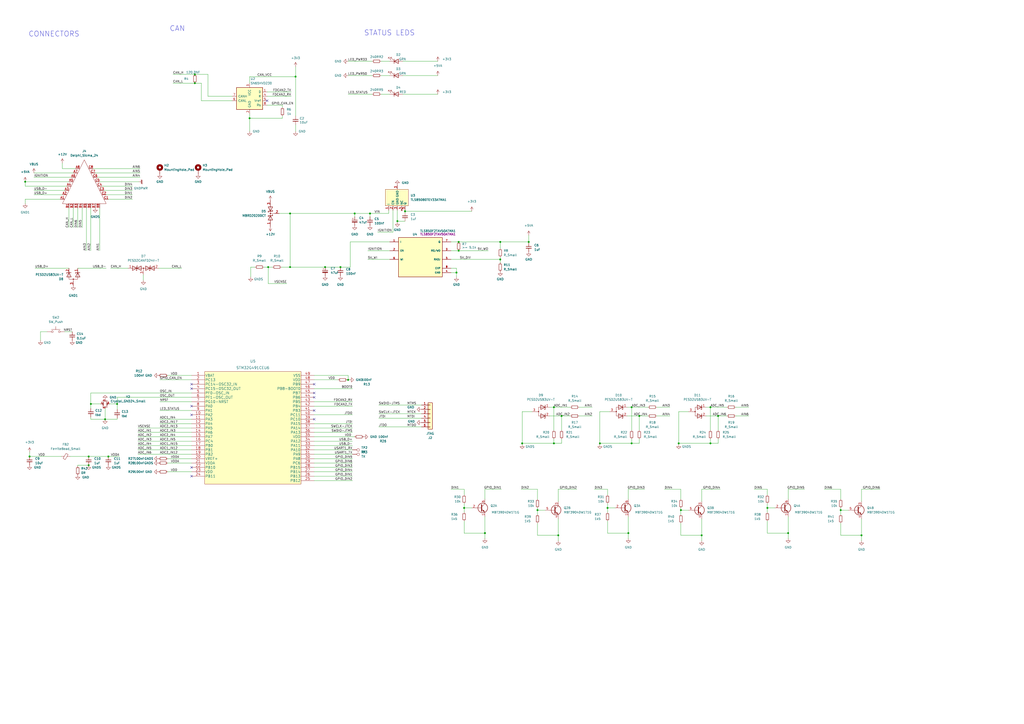
<source format=kicad_sch>
(kicad_sch (version 20211123) (generator eeschema)
  (paper "A2")
  (junction (at 412.115 236.22))
  (junction (at 323.85 310.515))
  (junction (at 352.425 294.64))
  (junction (at 412.115 257.175))
  (junction (at 393.7 257.175))
  (junction (at 14.605 105.41))
  (junction (at 457.2 309.245))
  (junction (at 171.45 44.45))
  (junction (at 144.78 68.58))
  (junction (at 394.97 295.91))
  (junction (at 168.275 123.825))
  (junction (at 321.31 257.175))
  (junction (at 51.435 269.875))
  (junction (at 234.95 122.555))
  (junction (at 281.305 309.245))
  (junction (at 113.03 48.26))
  (junction (at 60.96 243.205))
  (junction (at 347.98 257.175))
  (junction (at 230.505 128.27))
  (junction (at 311.785 295.91))
  (junction (at 321.31 236.22))
  (junction (at 188.595 154.94))
  (junction (at 168.275 154.94))
  (junction (at 197.485 154.94))
  (junction (at 62.865 264.795))
  (junction (at 370.84 241.3))
  (junction (at 407.035 310.515))
  (junction (at 306.705 140.335))
  (junction (at 201.93 220.345))
  (junction (at 302.895 257.175))
  (junction (at 155.575 154.94))
  (junction (at 205.74 123.825))
  (junction (at 266.065 145.415))
  (junction (at 214.63 123.825))
  (junction (at 416.56 241.3))
  (junction (at 325.755 241.3))
  (junction (at 67.945 234.315))
  (junction (at 499.745 310.515))
  (junction (at 52.705 234.315))
  (junction (at 266.065 140.335))
  (junction (at 366.395 257.175))
  (junction (at 113.03 43.18))
  (junction (at 264.795 158.115))
  (junction (at 269.24 294.64))
  (junction (at 364.49 309.245))
  (junction (at 445.135 294.64))
  (junction (at 366.395 236.22))
  (junction (at 290.195 150.495))
  (junction (at 290.195 140.335))
  (junction (at 487.68 295.91))
  (junction (at 51.435 264.795))
  (junction (at 17.145 264.795))
  (no_connect (at 111.125 271.145))
  (no_connect (at 111.125 276.225))
  (no_connect (at 111.125 240.665))
  (no_connect (at 111.125 235.585))
  (no_connect (at 111.125 225.425))
  (no_connect (at 111.125 222.885))
  (no_connect (at 182.245 238.125))
  (no_connect (at 182.245 243.205))
  (no_connect (at 182.245 222.885))
  (no_connect (at 182.245 227.965))
  (no_connect (at 182.245 230.505))
  (no_connect (at 154.94 58.42))
  (wire (pts (xy 466.725 283.845) (xy 457.2 283.845)))
  (wire (pts (xy 306.705 136.525) (xy 306.705 140.335)))
  (wire (pts (xy 52.705 227.965) (xy 111.125 227.965)))
  (wire (pts (xy 321.31 254.635) (xy 321.31 257.175)))
  (wire (pts (xy 153.035 154.94) (xy 155.575 154.94)))
  (wire (pts (xy 302.895 257.175) (xy 302.895 238.76)))
  (wire (pts (xy 113.03 43.18) (xy 120.65 43.18)))
  (wire (pts (xy 113.03 48.26) (xy 100.33 48.26)))
  (wire (pts (xy 23.495 192.405) (xy 27.305 192.405)))
  (wire (pts (xy 59.055 107.95) (xy 76.835 107.95)))
  (wire (pts (xy 53.975 97.79) (xy 81.28 97.79)))
  (wire (pts (xy 374.015 283.845) (xy 364.49 283.845)))
  (wire (pts (xy 219.71 234.95) (xy 244.475 234.95)))
  (wire (pts (xy 302.895 238.76) (xy 308.61 238.76)))
  (wire (pts (xy 144.78 44.45) (xy 144.78 48.26)))
  (wire (pts (xy 261.62 283.845) (xy 269.24 283.845)))
  (wire (pts (xy 51.435 264.795) (xy 62.865 264.795)))
  (wire (pts (xy 233.68 43.815) (xy 254 43.815)))
  (wire (pts (xy 182.245 253.365) (xy 205.74 253.365)))
  (wire (pts (xy 23.495 192.405) (xy 23.495 197.485)))
  (wire (pts (xy 220.98 35.56) (xy 226.06 35.56)))
  (wire (pts (xy 412.115 254.635) (xy 412.115 257.175)))
  (wire (pts (xy 182.245 276.225) (xy 204.47 276.225)))
  (wire (pts (xy 182.245 278.765) (xy 204.47 278.765)))
  (wire (pts (xy 50.165 120.65) (xy 50.165 145.415)))
  (wire (pts (xy 347.98 257.175) (xy 347.98 238.76)))
  (wire (pts (xy 381 236.22) (xy 388.62 236.22)))
  (wire (pts (xy 487.68 294.64) (xy 487.68 295.91)))
  (wire (pts (xy 409.575 241.3) (xy 416.56 241.3)))
  (wire (pts (xy 203.2 140.335) (xy 226.06 140.335)))
  (wire (pts (xy 416.56 241.3) (xy 421.64 241.3)))
  (wire (pts (xy 182.245 266.065) (xy 204.47 266.065)))
  (wire (pts (xy 17.145 264.795) (xy 35.56 264.795)))
  (wire (pts (xy 457.2 299.72) (xy 457.2 309.245)))
  (wire (pts (xy 97.155 217.805) (xy 111.125 217.805)))
  (wire (pts (xy 347.98 257.81) (xy 347.98 257.175)))
  (wire (pts (xy 67.945 237.49) (xy 67.945 234.315)))
  (wire (pts (xy 19.685 102.87) (xy 41.275 102.87)))
  (wire (pts (xy 311.785 310.515) (xy 323.85 310.515)))
  (wire (pts (xy 290.195 150.495) (xy 290.195 152.4)))
  (wire (pts (xy 182.245 250.825) (xy 204.47 250.825)))
  (wire (pts (xy 52.705 234.315) (xy 52.705 236.855)))
  (wire (pts (xy 421.64 236.22) (xy 412.115 236.22)))
  (wire (pts (xy 92.075 155.575) (xy 105.41 155.575)))
  (wire (pts (xy 352.425 283.845) (xy 352.425 287.02)))
  (wire (pts (xy 214.63 123.825) (xy 214.63 125.73)))
  (wire (pts (xy 393.7 238.76) (xy 399.415 238.76)))
  (wire (pts (xy 233.68 35.56) (xy 254 35.56)))
  (wire (pts (xy 412.115 236.22) (xy 412.115 249.555)))
  (wire (pts (xy 83.185 159.385) (xy 83.185 162.56)))
  (wire (pts (xy 220.98 54.61) (xy 226.06 54.61)))
  (wire (pts (xy 407.035 283.845) (xy 407.035 290.83)))
  (wire (pts (xy 220.98 43.815) (xy 226.06 43.815)))
  (wire (pts (xy 201.93 43.815) (xy 215.9 43.815)))
  (wire (pts (xy 219.71 240.03) (xy 244.475 240.03)))
  (wire (pts (xy 234.95 122.555) (xy 273.685 122.555)))
  (wire (pts (xy 311.785 303.53) (xy 311.785 310.515)))
  (wire (pts (xy 155.575 154.94) (xy 158.115 154.94)))
  (wire (pts (xy 323.85 300.99) (xy 323.85 310.515)))
  (wire (pts (xy 19.685 113.03) (xy 36.195 113.03)))
  (wire (pts (xy 394.97 295.91) (xy 399.415 295.91)))
  (wire (pts (xy 60.325 110.49) (xy 76.835 110.49)))
  (wire (pts (xy 230.505 128.905) (xy 230.505 128.27)))
  (wire (pts (xy 364.49 283.845) (xy 364.49 289.56)))
  (wire (pts (xy 213.36 145.415) (xy 226.06 145.415)))
  (wire (pts (xy 120.65 55.88) (xy 134.62 55.88)))
  (wire (pts (xy 311.785 295.91) (xy 311.785 298.45)))
  (wire (pts (xy 269.24 283.845) (xy 269.24 287.02)))
  (wire (pts (xy 145.415 154.94) (xy 145.415 160.655)))
  (wire (pts (xy 213.36 150.495) (xy 226.06 150.495)))
  (wire (pts (xy 311.785 283.845) (xy 311.785 289.56)))
  (wire (pts (xy 14.605 107.95) (xy 38.735 107.95)))
  (wire (pts (xy 366.395 236.22) (xy 363.855 236.22)))
  (wire (pts (xy 254 54.61) (xy 233.68 54.61)))
  (wire (pts (xy 412.115 257.175) (xy 393.7 257.175)))
  (wire (pts (xy 14.605 105.41) (xy 40.005 105.41)))
  (wire (pts (xy 166.37 164.465) (xy 155.575 164.465)))
  (wire (pts (xy 61.595 113.03) (xy 76.835 113.03)))
  (wire (pts (xy 269.24 292.1) (xy 269.24 294.64)))
  (wire (pts (xy 47.625 120.65) (xy 47.625 132.08)))
  (wire (pts (xy 182.245 233.045) (xy 204.47 233.045)))
  (wire (pts (xy 168.91 55.88) (xy 154.94 55.88)))
  (wire (pts (xy 416.56 241.3) (xy 416.56 249.555)))
  (wire (pts (xy 394.97 295.91) (xy 394.97 298.45)))
  (wire (pts (xy 14.605 115.57) (xy 34.925 115.57)))
  (wire (pts (xy 487.68 283.845) (xy 487.68 289.56)))
  (wire (pts (xy 147.955 154.94) (xy 145.415 154.94)))
  (wire (pts (xy 352.425 309.245) (xy 364.49 309.245)))
  (wire (pts (xy 311.785 294.64) (xy 311.785 295.91)))
  (wire (pts (xy 499.745 300.99) (xy 499.745 310.515)))
  (wire (pts (xy 352.425 294.64) (xy 356.87 294.64)))
  (wire (pts (xy 52.705 120.65) (xy 52.705 145.415)))
  (wire (pts (xy 323.85 283.845) (xy 323.85 290.83)))
  (wire (pts (xy 325.755 241.3) (xy 330.835 241.3)))
  (wire (pts (xy 56.515 102.87) (xy 81.28 102.87)))
  (wire (pts (xy 64.135 155.575) (xy 74.295 155.575)))
  (wire (pts (xy 67.945 230.505) (xy 67.945 234.315)))
  (wire (pts (xy 163.83 62.23) (xy 163.83 60.96)))
  (wire (pts (xy 510.54 283.845) (xy 499.745 283.845)))
  (wire (pts (xy 230.505 128.27) (xy 234.95 128.27)))
  (wire (pts (xy 182.245 271.145) (xy 204.47 271.145)))
  (wire (pts (xy 393.7 257.81) (xy 393.7 257.175)))
  (wire (pts (xy 171.45 38.735) (xy 171.45 44.45)))
  (wire (pts (xy 196.215 220.345) (xy 182.245 220.345)))
  (wire (pts (xy 58.42 234.315) (xy 52.705 234.315)))
  (wire (pts (xy 416.56 257.175) (xy 412.115 257.175)))
  (wire (pts (xy 325.755 257.175) (xy 321.31 257.175)))
  (wire (pts (xy 168.275 154.94) (xy 163.195 154.94)))
  (wire (pts (xy 203.2 154.94) (xy 203.2 140.335)))
  (wire (pts (xy 325.755 241.3) (xy 325.755 249.555)))
  (wire (pts (xy 120.65 43.18) (xy 120.65 55.88)))
  (wire (pts (xy 182.245 245.745) (xy 204.47 245.745)))
  (wire (pts (xy 261.62 150.495) (xy 290.195 150.495)))
  (wire (pts (xy 42.545 120.65) (xy 42.545 132.08)))
  (wire (pts (xy 92.71 243.205) (xy 111.125 243.205)))
  (wire (pts (xy 144.78 68.58) (xy 163.83 68.58)))
  (wire (pts (xy 182.245 273.685) (xy 204.47 273.685)))
  (wire (pts (xy 182.245 268.605) (xy 204.47 268.605)))
  (wire (pts (xy 51.435 264.795) (xy 40.64 264.795)))
  (wire (pts (xy 168.91 53.34) (xy 154.94 53.34)))
  (wire (pts (xy 366.395 236.22) (xy 366.395 249.555)))
  (wire (pts (xy 225.425 121.92) (xy 225.425 123.825)))
  (wire (pts (xy 445.135 292.1) (xy 445.135 294.64)))
  (wire (pts (xy 290.195 144.145) (xy 290.195 140.335)))
  (wire (pts (xy 182.245 263.525) (xy 204.47 263.525)))
  (wire (pts (xy 499.745 283.845) (xy 499.745 290.83)))
  (wire (pts (xy 57.785 120.65) (xy 57.785 145.415)))
  (wire (pts (xy 163.83 60.96) (xy 154.94 60.96)))
  (wire (pts (xy 487.68 295.91) (xy 492.125 295.91)))
  (wire (pts (xy 323.85 310.515) (xy 323.85 313.69)))
  (wire (pts (xy 219.71 247.65) (xy 244.475 247.65)))
  (wire (pts (xy 155.575 164.465) (xy 155.575 154.94)))
  (wire (pts (xy 92.71 220.345) (xy 111.125 220.345)))
  (wire (pts (xy 36.195 94.615) (xy 36.195 97.79)))
  (wire (pts (xy 321.31 257.175) (xy 302.895 257.175)))
  (wire (pts (xy 426.72 236.22) (xy 434.34 236.22)))
  (wire (pts (xy 36.195 97.79) (xy 43.815 97.79)))
  (wire (pts (xy 363.855 241.3) (xy 370.84 241.3)))
  (wire (pts (xy 364.49 299.72) (xy 364.49 309.245)))
  (wire (pts (xy 67.945 234.315) (xy 63.5 234.315)))
  (wire (pts (xy 370.84 257.175) (xy 366.395 257.175)))
  (wire (pts (xy 385.445 283.845) (xy 394.97 283.845)))
  (wire (pts (xy 80.01 260.985) (xy 111.125 260.985)))
  (wire (pts (xy 269.24 302.26) (xy 269.24 309.245)))
  (wire (pts (xy 80.01 250.825) (xy 111.125 250.825)))
  (wire (pts (xy 14.605 105.41) (xy 14.605 107.95)))
  (wire (pts (xy 261.62 155.575) (xy 264.795 155.575)))
  (wire (pts (xy 457.2 283.845) (xy 457.2 289.56)))
  (wire (pts (xy 201.93 217.805) (xy 182.245 217.805)))
  (wire (pts (xy 318.77 241.3) (xy 325.755 241.3)))
  (wire (pts (xy 281.305 299.72) (xy 281.305 309.245)))
  (wire (pts (xy 234.95 122.555) (xy 234.95 123.19)))
  (wire (pts (xy 352.425 302.26) (xy 352.425 309.245)))
  (wire (pts (xy 182.245 248.285) (xy 204.47 248.285)))
  (wire (pts (xy 487.68 295.91) (xy 487.68 298.45)))
  (wire (pts (xy 230.505 128.27) (xy 230.505 121.92)))
  (wire (pts (xy 182.245 255.905) (xy 204.47 255.905)))
  (wire (pts (xy 321.31 236.22) (xy 321.31 249.555)))
  (wire (pts (xy 487.68 303.53) (xy 487.68 310.515)))
  (wire (pts (xy 14.605 118.11) (xy 14.605 115.57)))
  (wire (pts (xy 219.71 242.57) (xy 244.475 242.57)))
  (wire (pts (xy 302.26 283.845) (xy 311.785 283.845)))
  (wire (pts (xy 80.01 255.905) (xy 111.125 255.905)))
  (wire (pts (xy 111.125 230.505) (xy 67.945 230.505)))
  (wire (pts (xy 40.005 155.575) (xy 20.32 155.575)))
  (wire (pts (xy 499.745 310.515) (xy 499.745 313.69)))
  (wire (pts (xy 97.155 273.685) (xy 111.125 273.685)))
  (wire (pts (xy 417.83 283.845) (xy 407.035 283.845)))
  (wire (pts (xy 394.97 283.845) (xy 394.97 289.56)))
  (wire (pts (xy 52.705 234.315) (xy 52.705 227.965)))
  (wire (pts (xy 171.45 44.45) (xy 144.78 44.45)))
  (wire (pts (xy 290.195 150.495) (xy 290.195 149.225)))
  (wire (pts (xy 80.01 258.445) (xy 111.125 258.445)))
  (wire (pts (xy 19.685 100.33) (xy 42.545 100.33)))
  (wire (pts (xy 168.275 123.825) (xy 205.74 123.825)))
  (wire (pts (xy 97.155 268.605) (xy 111.125 268.605)))
  (wire (pts (xy 352.425 294.64) (xy 352.425 297.18)))
  (wire (pts (xy 290.83 283.845) (xy 281.305 283.845)))
  (wire (pts (xy 144.78 68.58) (xy 144.78 76.2)))
  (wire (pts (xy 269.24 309.245) (xy 281.305 309.245)))
  (wire (pts (xy 347.98 238.76) (xy 353.695 238.76)))
  (wire (pts (xy 55.245 100.33) (xy 81.28 100.33)))
  (wire (pts (xy 188.595 154.94) (xy 197.485 154.94)))
  (wire (pts (xy 261.62 140.335) (xy 266.065 140.335)))
  (wire (pts (xy 375.92 236.22) (xy 366.395 236.22)))
  (wire (pts (xy 92.71 233.045) (xy 111.125 233.045)))
  (wire (pts (xy 302.895 257.81) (xy 302.895 257.175)))
  (wire (pts (xy 45.085 269.875) (xy 45.085 270.51)))
  (wire (pts (xy 334.645 283.845) (xy 323.85 283.845)))
  (wire (pts (xy 281.305 309.245) (xy 281.305 312.42)))
  (wire (pts (xy 214.63 123.825) (xy 225.425 123.825)))
  (wire (pts (xy 51.435 269.875) (xy 45.085 269.875)))
  (wire (pts (xy 261.62 145.415) (xy 266.065 145.415)))
  (wire (pts (xy 269.24 294.64) (xy 273.685 294.64)))
  (wire (pts (xy 219.075 134.62) (xy 227.965 134.62)))
  (wire (pts (xy 161.925 123.825) (xy 168.275 123.825)))
  (wire (pts (xy 412.115 236.22) (xy 409.575 236.22)))
  (wire (pts (xy 394.97 294.64) (xy 394.97 295.91)))
  (wire (pts (xy 144.78 66.04) (xy 144.78 68.58)))
  (wire (pts (xy 116.84 58.42) (xy 134.62 58.42)))
  (wire (pts (xy 197.485 154.94) (xy 203.2 154.94)))
  (wire (pts (xy 407.035 300.99) (xy 407.035 310.515)))
  (wire (pts (xy 100.33 43.18) (xy 113.03 43.18)))
  (wire (pts (xy 381 241.3) (xy 388.62 241.3)))
  (wire (pts (xy 366.395 257.175) (xy 347.98 257.175)))
  (wire (pts (xy 264.795 160.655) (xy 264.795 158.115)))
  (wire (pts (xy 163.83 68.58) (xy 163.83 67.31)))
  (wire (pts (xy 62.865 115.57) (xy 76.835 115.57)))
  (wire (pts (xy 69.215 264.795) (xy 62.865 264.795)))
  (wire (pts (xy 264.795 155.575) (xy 264.795 158.115)))
  (wire (pts (xy 445.135 302.26) (xy 445.135 309.245)))
  (wire (pts (xy 478.155 283.845) (xy 487.68 283.845)))
  (wire (pts (xy 171.45 72.39) (xy 171.45 76.2)))
  (wire (pts (xy 344.805 283.845) (xy 352.425 283.845)))
  (wire (pts (xy 116.84 48.26) (xy 113.03 48.26)))
  (wire (pts (xy 366.395 254.635) (xy 366.395 257.175)))
  (wire (pts (xy 92.71 245.745) (xy 111.125 245.745)))
  (wire (pts (xy 201.93 220.345) (xy 201.93 217.805)))
  (wire (pts (xy 306.705 140.335) (xy 290.195 140.335)))
  (wire (pts (xy 335.915 236.22) (xy 343.535 236.22)))
  (wire (pts (xy 205.74 123.825) (xy 214.63 123.825)))
  (wire (pts (xy 45.085 120.65) (xy 45.085 132.08)))
  (wire (pts (xy 311.785 295.91) (xy 316.23 295.91)))
  (wire (pts (xy 352.425 292.1) (xy 352.425 294.64)))
  (wire (pts (xy 325.755 254.635) (xy 325.755 257.175)))
  (wire (pts (xy 202.565 220.345) (xy 201.93 220.345)))
  (wire (pts (xy 17.145 262.255) (xy 17.145 264.795)))
  (wire (pts (xy 60.96 243.205) (xy 67.945 243.205)))
  (wire (pts (xy 445.135 294.64) (xy 449.58 294.64)))
  (wire (pts (xy 61.595 155.575) (xy 45.085 155.575)))
  (wire (pts (xy 445.135 294.64) (xy 445.135 297.18)))
  (wire (pts (xy 445.135 283.845) (xy 445.135 287.02)))
  (wire (pts (xy 60.96 243.205) (xy 60.96 236.855)))
  (wire (pts (xy 182.245 235.585) (xy 204.47 235.585)))
  (wire (pts (xy 57.785 105.41) (xy 80.645 105.41)))
  (wire (pts (xy 182.245 240.665) (xy 204.47 240.665)))
  (wire (pts (xy 171.45 67.31) (xy 171.45 44.45)))
  (wire (pts (xy 234.95 121.92) (xy 234.95 122.555)))
  (wire (pts (xy 182.245 225.425) (xy 204.47 225.425)))
  (wire (pts (xy 306.705 140.97) (xy 306.705 140.335)))
  (wire (pts (xy 266.065 145.415) (xy 283.21 145.415)))
  (wire (pts (xy 445.135 309.245) (xy 457.2 309.245)))
  (wire (pts (xy 97.155 266.065) (xy 111.125 266.065)))
  (wire (pts (xy 330.835 236.22) (xy 321.31 236.22)))
  (wire (pts (xy 168.275 123.825) (xy 168.275 154.94)))
  (wire (pts (xy 487.68 310.515) (xy 499.745 310.515)))
  (wire (pts (xy 205.74 123.825) (xy 205.74 125.73)))
  (wire (pts (xy 394.97 310.515) (xy 407.035 310.515)))
  (wire (pts (xy 52.705 243.205) (xy 60.96 243.205)))
  (wire (pts (xy 80.01 248.285) (xy 111.125 248.285)))
  (wire (pts (xy 266.065 140.335) (xy 290.195 140.335)))
  (wire (pts (xy 201.93 54.61) (xy 215.9 54.61)))
  (wire (pts (xy 281.305 283.845) (xy 281.305 289.56)))
  (wire (pts (xy 52.705 241.935) (xy 52.705 243.205)))
  (wire (pts (xy 264.795 158.115) (xy 261.62 158.115)))
  (wire (pts (xy 80.01 253.365) (xy 111.125 253.365)))
  (wire (pts (xy 370.84 241.3) (xy 375.92 241.3)))
  (wire (pts (xy 19.685 110.49) (xy 37.465 110.49)))
  (wire (pts (xy 416.56 254.635) (xy 416.56 257.175)))
  (wire (pts (xy 182.245 260.985) (xy 204.47 260.985)))
  (wire (pts (xy 182.245 258.445) (xy 204.47 258.445)))
  (wire (pts (xy 335.915 241.3) (xy 343.535 241.3)))
  (wire (pts (xy 116.84 58.42) (xy 116.84 48.26)))
  (wire (pts (xy 40.005 120.65) (xy 40.005 132.08)))
  (wire (pts (xy 37.465 192.405) (xy 41.91 192.405)))
  (wire (pts (xy 321.31 236.22) (xy 318.77 236.22)))
  (wire (pts (xy 168.275 154.94) (xy 188.595 154.94)))
  (wire (pts (xy 426.72 241.3) (xy 434.34 241.3)))
  (wire (pts (xy 370.84 241.3) (xy 370.84 249.555)))
  (wire (pts (xy 80.01 263.525) (xy 111.125 263.525)))
  (wire (pts (xy 394.97 303.53) (xy 394.97 310.515)))
  (wire (pts (xy 457.2 309.245) (xy 457.2 312.42)))
  (wire (pts (xy 370.84 254.635) (xy 370.84 257.175)))
  (wire (pts (xy 437.515 283.845) (xy 445.135 283.845)))
  (wire (pts (xy 67.945 242.57) (xy 67.945 243.205)))
  (wire (pts (xy 393.7 257.175) (xy 393.7 238.76)))
  (wire (pts (xy 201.93 220.345) (xy 201.295 220.345)))
  (wire (pts (xy 364.49 309.245) (xy 364.49 312.42)))
  (wire (pts (xy 227.965 134.62) (xy 227.965 121.92)))
  (wire (pts (xy 201.93 35.56) (xy 215.9 35.56)))
  (wire (pts (xy 92.71 238.125) (xy 111.125 238.125)))
  (wire (pts (xy 407.035 310.515) (xy 407.035 313.69)))
  (wire (pts (xy 269.24 294.64) (xy 269.24 297.18)))
  (text "CAN" (at 107.315 18.415 180) (effects (font (size 3 3)) (justify right bottom)))
  (text "CONNECTORS" (at 16.51 21.59 0) (effects (font (size 3 3)) (justify left bottom)))
  (text "STATUS LEDS" (at 240.665 20.955 180) (effects (font (size 3 3)) (justify right bottom)))
  (label "CAN_L" (at 105.41 155.575 180))
  (label "DIN3" (at 76.835 110.49 180))
  (label "AIN1" (at 343.535 236.22 180))
  (label "AIN4" (at 81.28 102.87 180))
  (label "ADC_IN3" (at 366.395 236.22 0))
  (label "5V_WO" (at 283.21 145.415 180))
  (label "MTCK" (at 236.22 240.03 0))
  (label "GPIO_DIN5" (at 466.725 283.845 180))
  (label "AIN1" (at 57.785 145.415 90))
  (label "USB_D+" (at 19.685 113.03 0))
  (label "VDD" (at 194.31 220.345 180))
  (label "AIN6" (at 434.34 241.3 180))
  (label "GPIO_DIN1" (at 204.47 276.225 180))
  (label "ADC1_IN12" (at 92.71 260.985 0))
  (label "ADC_IN4" (at 367.665 241.3 0))
  (label "AIN6" (at 81.28 97.79 180))
  (label "MTDO" (at 236.22 247.65 0))
  (label "JTDO" (at 204.47 240.665 180))
  (label "DIN2" (at 302.26 283.845 0))
  (label "JTDI" (at 219.71 242.57 0))
  (label "SWDIO-JTMS" (at 204.47 250.825 180))
  (label "FDCAN2_RX" (at 204.47 233.045 180))
  (label "ADC_IN5" (at 412.115 236.22 0))
  (label "AIN4" (at 388.62 241.3 180))
  (label "DIN2" (at 76.835 115.57 180))
  (label "OSC_OUT" (at 92.71 230.505 0))
  (label "DIN6" (at 45.085 132.08 90))
  (label "JTDO" (at 219.71 247.65 0))
  (label "DIN6" (at 478.155 283.845 0))
  (label "ADC_IN6" (at 80.01 263.525 0))
  (label "OSC_IN" (at 92.71 227.965 0))
  (label "BOOT0" (at 204.47 225.425 180))
  (label "ADC_IN5" (at 80.01 260.985 0))
  (label "GPIO_DIN5" (at 204.47 266.065 180))
  (label "ADC2_IN5" (at 92.71 255.905 0))
  (label "DIN4" (at 76.835 107.95 180))
  (label "LED_PWR33" (at 201.93 35.56 0))
  (label "CAN_L" (at 100.33 48.26 0))
  (label "USB_D-" (at 204.47 258.445 180))
  (label "LED_STATUS" (at 92.71 238.125 0))
  (label "USART1_TX" (at 204.47 263.525 180))
  (label "CAN_VCC" (at 149.225 44.45 0))
  (label "MTDI" (at 236.22 242.57 0))
  (label "LED_STATUS" (at 201.93 54.61 0))
  (label "CAN_L" (at 42.545 132.08 90))
  (label "CAN_H" (at 64.135 155.575 0))
  (label "ADC_IN4" (at 80.01 258.445 0))
  (label "GPIO_CAN_EN" (at 157.48 60.96 0))
  (label "5V_DIV" (at 266.7 150.495 0))
  (label "SWCLK-JTCK" (at 204.47 248.285 180))
  (label "USART1_RX" (at 204.47 260.985 180))
  (label "FDCAN2_TX" (at 168.91 53.34 180))
  (label "SWCLK-JTCK" (at 219.71 240.03 0))
  (label "GPIO_DIN3" (at 204.47 271.145 180))
  (label "DIN1" (at 261.62 283.845 0))
  (label "AIN5" (at 434.34 236.22 180))
  (label "ADC_IN3" (at 80.01 255.905 0))
  (label "NRST" (at 92.71 233.045 0))
  (label "DIN5" (at 47.625 132.08 90))
  (label "IGNITION" (at 219.075 134.62 0))
  (label "VDD" (at 203.835 253.365 180))
  (label "SWDIO-JTMS" (at 219.71 234.95 0))
  (label "VIN" (at 217.17 123.825 0))
  (label "FDCAN2_RX" (at 168.91 55.88 180))
  (label "VDD" (at 99.06 273.685 0))
  (label "GPIO_DIN4" (at 204.47 273.685 180))
  (label "ADC1_IN4" (at 92.71 243.205 0))
  (label "ADC2_IN4" (at 92.71 253.365 0))
  (label "USB_D+" (at 20.32 155.575 0))
  (label "AIN2" (at 52.705 145.415 90))
  (label "ADC_IN1" (at 321.31 236.22 0))
  (label "ADC1_IN15" (at 92.71 258.445 0))
  (label "ADC2_IN12" (at 92.71 263.525 0))
  (label "VSENSE" (at 80.01 248.285 0))
  (label "ADC_IN2" (at 322.58 241.3 0))
  (label "AIN3" (at 388.62 236.22 180))
  (label "ADC_IN1" (at 80.01 250.825 0))
  (label "DIN5" (at 437.515 283.845 0))
  (label "GPIO_DIN4" (at 417.83 283.845 180))
  (label "AIN5" (at 81.28 100.33 180))
  (label "CAN_H" (at 100.33 43.18 0))
  (label "VDDA" (at 69.215 264.795 180))
  (label "AIN2" (at 343.535 241.3 180))
  (label "LED_PWR50" (at 201.93 43.815 0))
  (label "CAN_H" (at 40.005 132.08 90))
  (label "DIN4" (at 385.445 283.845 0))
  (label "IGNITION" (at 213.36 145.415 0))
  (label "GPIO_DIN6" (at 510.54 283.845 180))
  (label "ADC2_IN3" (at 92.71 250.825 0))
  (label "GPIO_DIN1" (at 290.83 283.845 180))
  (label "IGNITION" (at 19.685 102.87 0))
  (label "GPIO_DIN3" (at 374.015 283.845 180))
  (label "USB_D+" (at 204.47 255.905 180))
  (label "ADC2_IN17" (at 92.71 245.745 0))
  (label "ADC_IN6" (at 413.385 241.3 0))
  (label "DIN1" (at 76.835 113.03 180))
  (label "ADC_IN2" (at 80.01 253.365 0))
  (label "VDD" (at 99.06 217.805 0))
  (label "GPIO_DIN6" (at 204.47 268.605 180))
  (label "MTMS" (at 236.22 234.95 0))
  (label "DIN3" (at 344.805 283.845 0))
  (label "VDDA" (at 99.06 268.605 0))
  (label "VSENSE" (at 166.37 164.465 180))
  (label "5V_WI" (at 213.36 150.495 0))
  (label "GPIO_DIN2" (at 204.47 278.765 180))
  (label "VDD" (at 22.225 264.795 0))
  (label "NRST" (at 41.91 192.405 180))
  (label "JTDI" (at 204.47 245.745 180))
  (label "FDCAN2_TX" (at 204.47 235.585 180))
  (label "GPIO_DIN2" (at 334.645 283.845 180))
  (label "VDDA" (at 99.06 266.065 0))
  (label "USB_D-" (at 61.595 155.575 180))
  (label "USB_D-" (at 19.685 110.49 0))
  (label "ADC2_IN13" (at 92.71 248.285 0))
  (label "GPIO_CAN_EN" (at 92.71 220.345 0))
  (label "AIN3" (at 50.165 145.415 90))
  (symbol (lib_id "power:GND") (at 281.305 312.42 0) (unit 1)
    (property "Reference" "#PWR050" (effects hide))
    (property "Value" "GND" (at 281.305 317.5 0))
  )
  (symbol (lib_id "power:+3V3") (at 254 35.56 0) (unit 1)
    (property "Reference" "#PWR04" (effects hide))
    (property "Value" "+3V3" (at 256.54 34.2899 0) (effects (justify left)))
  )
  (symbol (lib_id "Device:C_Small") (at 62.865 267.335 0) (unit 1)
    (property "Reference" "C11" (at 66.04 266.0712 0) (effects (justify left)))
    (property "Value" "1uf" (at 66.04 268.6112 0) (effects (justify left)))
    (property "Footprint" "Capacitor_SMD:C_0805_2012Metric" (effects hide))
  )
  (symbol (lib_id "Device:R_Small") (at 487.68 292.1 0) (unit 1)
    (property "Reference" "R35" (at 485.775 290.8299 0) (effects (justify right)))
    (property "Value" "10k" (at 485.775 293.3699 0) (effects (justify right)))
    (property "Footprint" "Resistor_SMD:R_0603_1608Metric" (effects hide))
  )
  (symbol (lib_id "Device:LED") (at 229.87 43.815 0) (mirror x) (unit 1)
    (property "Reference" "D3" (at 232.41 40.005 0) (effects (justify right)))
    (property "Value" "GRN" (at 235.585 42.545 0) (effects (justify right)))
    (property "Footprint" "LED_SMD:LED_0603_1608Metric" (effects hide))
    (property "MPN" "QBLP601-2IR4" (effects hide))
    (property "Description" "LED GREEN CLEAR 0603 SMD" (effects hide))
  )
  (symbol (lib_id "power:GND") (at 60.96 243.205 0) (unit 1)
    (property "Reference" "#PWR0104" (effects hide))
    (property "Value" "GND" (at 60.96 248.285 0))
  )
  (symbol (lib_id "power:GND") (at 214.63 130.81 0) (unit 1)
    (property "Reference" "#PWR025" (effects hide))
    (property "Value" "GND" (at 214.63 135.89 0))
  )
  (symbol (lib_id "power:GND") (at 60.96 231.775 180) (unit 1)
    (property "Reference" "#PWR0105" (effects hide))
    (property "Value" "GND" (at 63.5 230.5049 0) (effects (justify right)))
  )
  (symbol (lib_id "Switch:SW_Push") (at 32.385 192.405 0) (unit 1)
    (property "Reference" "SW2" (at 32.385 184.15 0))
    (property "Value" "SW_Push" (at 32.385 186.69 0))
    (property "Footprint" "ConeCodes:SW_RS-032G05A3-SMRT" (effects hide))
  )
  (symbol (lib_id "power:GNDS") (at 92.075 268.605 270) (unit 1)
    (property "Reference" "#PWR0101" (effects hide))
    (property "Value" "GNDS" (at 88.9 268.6049 90) (effects (justify right)))
  )
  (symbol (lib_id "power:GNDPWR") (at 80.645 105.41 90) (unit 1)
    (property "Reference" "#PWR019" (effects hide))
    (property "Value" "GNDPWR" (at 81.7118 109.22 90))
  )
  (symbol (lib_id "power:GND") (at 306.705 146.05 0) (unit 1)
    (property "Reference" "#PWR029" (effects hide))
    (property "Value" "GND" (at 306.705 150.495 0))
  )
  (symbol (lib_id "Device:R_Small") (at 378.46 241.3 90) (unit 1)
    (property "Reference" "R18" (at 378.46 245.11 90))
    (property "Value" "R_Small" (at 378.46 247.65 90))
    (property "Footprint" "Resistor_SMD:R_0603_1608Metric" (effects hide))
  )
  (symbol (lib_id "power:GND") (at 210.82 253.365 90) (unit 1)
    (property "Reference" "#PWR039" (effects hide))
    (property "Value" "GND" (at 214.63 253.3651 90) (effects (justify right)))
  )
  (symbol (lib_id "Device:Q_Dual_NPN_NPN_E1B1C2E2B2C1") (at 404.495 295.91 0) (unit 2)
    (property "Reference" "Q3" (at 410.21 294.6399 0) (effects (justify left)))
    (property "Value" "MBT3904DW1T1G" (at 410.21 297.1799 0) (effects (justify left)))
    (property "Footprint" "Package_TO_SOT_SMD:SOT-363_SC-70-6" (effects hide))
    (property "MPN" "MBT3904DW1T1G" (effects hide))
    (property "Description" "TRANS 2NPN 40V 0.2A SC88/SC70-6" (effects hide))
  )
  (symbol (lib_id "Device:R_Small") (at 218.44 43.815 270) (unit 1)
    (property "Reference" "R3" (at 219.71 41.275 90) (effects (justify left)))
    (property "Value" "240R" (at 214.63 41.275 90) (effects (justify left)))
    (property "Footprint" "Resistor_SMD:R_0603_1608Metric" (effects hide))
    (property "MPN" "RMCF0402JT240R" (effects hide))
    (property "Description" "RES 240 OHM 5% 1/16W 0402" (effects hide))
  )
  (symbol (lib_id "Device:LED") (at 229.87 35.56 0) (mirror x) (unit 1)
    (property "Reference" "D2" (at 232.41 31.75 0) (effects (justify right)))
    (property "Value" "GRN" (at 235.585 34.29 0) (effects (justify right)))
    (property "Footprint" "LED_SMD:LED_0603_1608Metric" (effects hide))
    (property "MPN" "QBLP601-2IR4" (effects hide))
    (property "Description" "LED GREEN CLEAR 0603 SMD" (effects hide))
  )
  (symbol (lib_id "power:GND") (at 264.795 160.655 0) (unit 1)
    (property "Reference" "#PWR034" (effects hide))
    (property "Value" "GND" (at 264.795 165.1 0))
  )
  (symbol (lib_id "Device:C_Small") (at 51.435 267.335 0) (unit 1)
    (property "Reference" "C10" (at 54.61 266.0712 0) (effects (justify left)))
    (property "Value" "1uf" (at 54.61 268.6112 0) (effects (justify left)))
    (property "Footprint" "Capacitor_SMD:C_0805_2012Metric" (effects hide))
  )
  (symbol (lib_id "Device:Q_Dual_NPN_NPN_E1B1C2E2B2C1") (at 497.205 295.91 0) (unit 2)
    (property "Reference" "Q4" (at 502.92 294.6399 0) (effects (justify left)))
    (property "Value" "MBT3904DW1T1G" (at 502.92 297.1799 0) (effects (justify left)))
    (property "Footprint" "Package_TO_SOT_SMD:SOT-363_SC-70-6" (effects hide))
    (property "MPN" "MBT3904DW1T1G" (effects hide))
    (property "Description" "TRANS 2NPN 40V 0.2A SC88/SC70-6" (effects hide))
  )
  (symbol (lib_id "power:+5VA") (at 254 43.815 0) (unit 1)
    (property "Reference" "#PWR0108" (effects hide))
    (property "Value" "+5VA" (at 254 38.1 0))
  )
  (symbol (lib_id "power:GND") (at 205.74 130.81 0) (unit 1)
    (property "Reference" "#PWR024" (effects hide))
    (property "Value" "GND" (at 205.74 135.89 0))
  )
  (symbol (lib_id "power:GND") (at 83.185 162.56 0) (unit 1)
    (property "Reference" "#PWR035" (effects hide))
    (property "Value" "GND" (at 83.185 167.64 0))
  )
  (symbol (lib_id "power:+3V3") (at 17.145 262.255 0) (unit 1)
    (property "Reference" "#PWR043" (effects hide))
    (property "Value" "+3V3" (at 17.145 256.54 0))
  )
  (symbol (lib_id "Device:R_Small") (at 416.56 252.095 180) (unit 1)
    (property "Reference" "R25" (at 419.1 250.8249 0) (effects (justify right)))
    (property "Value" "R_Small" (at 419.1 253.3649 0) (effects (justify right)))
    (property "Footprint" "Resistor_SMD:R_0603_1608Metric" (effects hide))
  )
  (symbol (lib_id "Device:LED") (at 229.87 54.61 0) (mirror x) (unit 1)
    (property "Reference" "D4" (at 232.41 50.8 0) (effects (justify right)))
    (property "Value" "RED" (at 235.585 53.34 0) (effects (justify right)))
    (property "Footprint" "LED_SMD:LED_0603_1608Metric" (effects hide))
    (property "MPN" "QBLP601-R35" (effects hide))
    (property "Description" "LED RED CLEAR 0603 SMD" (effects hide))
  )
  (symbol (lib_id "Device:R_Small") (at 94.615 217.805 90) (unit 1)
    (property "Reference" "R12" (at 80.645 215.265 90))
    (property "Value" "100nf" (at 80.645 217.805 90))
    (property "Footprint" "Resistor_SMD:R_0402_1005Metric" (effects hide))
  )
  (symbol (lib_id "power:GND") (at 364.49 312.42 0) (unit 1)
    (property "Reference" "#PWR051" (effects hide))
    (property "Value" "GND" (at 364.49 317.5 0))
  )
  (symbol (lib_id "Connector_Generic:Conn_01x06") (at 249.555 240.03 0) (unit 1) (in_bom no)
    (property "Reference" "J2" (at 249.555 254 0))
    (property "Value" "JTAG" (at 249.555 251.46 0))
    (property "Footprint" "Connector_PinHeader_1.27mm:PinHeader_1x06_P1.27mm_Vertical" (effects hide))
  )
  (symbol (lib_id "Device:R_Small") (at 366.395 252.095 180) (unit 1)
    (property "Reference" "R22" (at 363.855 250.8249 0) (effects (justify left)))
    (property "Value" "R_Small" (at 363.855 253.3649 0) (effects (justify left)))
    (property "Footprint" "Resistor_SMD:R_0603_1608Metric" (effects hide))
  )
  (symbol (lib_id "ConeCodes:TLS850F2TAV50ATMA1") (at 243.84 147.955 0) (unit 1)
    (property "Reference" "U4" (at 240.665 135.89 0))
    (property "Value" "TLS850F2TAV50ATMA1" (at 254 133.985 0))
    (property "Footprint" "ConeCodes:DPAK127P1500X440-8N" (effects hide))
    (property "MPN" "TLS850F2TAV50ATMA1" (at 254 135.89 0))
  )
  (symbol (lib_id "power:GNDS") (at 347.98 257.81 0) (unit 1)
    (property "Reference" "#PWR041" (effects hide))
    (property "Value" "GNDS" (at 349.885 259.0799 0) (effects (justify left)))
  )
  (symbol (lib_id "Device:R_Small") (at 424.18 241.3 90) (unit 1)
    (property "Reference" "R19" (at 424.18 245.11 90))
    (property "Value" "R_Small" (at 424.18 247.65 90))
    (property "Footprint" "Resistor_SMD:R_0603_1608Metric" (effects hide))
  )
  (symbol (lib_id "ConeCodes:TLS850B0TEV33ATMA1") (at 230.505 114.3 0) (unit 1)
    (property "Reference" "U3" (at 238.125 113.3474 0) (effects (justify left)))
    (property "Value" "TLS850B0TEV33ATMA1" (at 238.125 115.8874 0) (effects (justify left)))
    (property "Footprint" "ConeCodes:TO-252-5_TabPin3" (effects hide))
  )
  (symbol (lib_id "Device:R_Small") (at 94.615 268.605 90) (unit 1)
    (property "Reference" "R28" (at 76.2 268.605 90))
    (property "Value" "100nf" (at 80.645 268.605 90))
    (property "Footprint" "Resistor_SMD:R_0402_1005Metric" (effects hide))
  )
  (symbol (lib_id "Device:R_Small") (at 333.375 241.3 90) (unit 1)
    (property "Reference" "R17" (at 333.375 245.11 90))
    (property "Value" "R_Small" (at 333.375 247.65 90))
    (property "Footprint" "Resistor_SMD:R_0603_1608Metric" (effects hide))
  )
  (symbol (lib_id "Device:R_Small") (at 352.425 289.56 0) (unit 1)
    (property "Reference" "R31" (at 350.52 288.2899 0) (effects (justify right)))
    (property "Value" "10k" (at 350.52 290.8299 0) (effects (justify right)))
    (property "Footprint" "Resistor_SMD:R_0603_1608Metric" (effects hide))
  )
  (symbol (lib_id "power:+3V3") (at 171.45 38.735 0) (mirror y) (unit 1)
    (property "Reference" "#PWR05" (effects hide))
    (property "Value" "+3V3" (at 171.45 33.655 0))
  )
  (symbol (lib_id "Device:R_Small") (at 352.425 299.72 0) (unit 1)
    (property "Reference" "R37" (at 344.805 298.4499 0) (effects (justify left)))
    (property "Value" "1k5" (at 344.805 300.9899 0) (effects (justify left)))
    (property "Footprint" "Resistor_SMD:R_0603_1608Metric" (effects hide))
  )
  (symbol (lib_id "power:+3V3") (at 254 54.61 0) (unit 1)
    (property "Reference" "#PWR09" (effects hide))
    (property "Value" "+3V3" (at 256.54 53.3399 0) (effects (justify left)))
  )
  (symbol (lib_id "power:GND") (at 92.075 217.805 270) (unit 1)
    (property "Reference" "#PWR037" (effects hide))
    (property "Value" "GND" (at 88.265 217.8049 90) (effects (justify right)))
  )
  (symbol (lib_id "Device:C_Small") (at 306.705 143.51 0) (unit 1)
    (property "Reference" "C6" (at 309.88 142.2462 0) (effects (justify left)))
    (property "Value" "1uf" (at 309.88 144.7862 0) (effects (justify left)))
    (property "Footprint" "Capacitor_SMD:C_0805_2012Metric" (effects hide))
  )
  (symbol (lib_id "power:GND") (at 23.495 197.485 0) (unit 1)
    (property "Reference" "#PWR0106" (effects hide))
    (property "Value" "GND" (at 25.4 198.7549 0) (effects (justify left)))
  )
  (symbol (lib_id "Device:C_Polarized_Small") (at 205.74 128.27 0) (unit 1)
    (property "Reference" "C4" (at 208.28 126.4538 0) (effects (justify left)))
    (property "Value" "47uf" (at 208.28 128.9938 0) (effects (justify left)))
    (property "Footprint" "Capacitor_SMD:C_0805_2012Metric" (effects hide))
  )
  (symbol (lib_id "Device:D_Zener_Dual_CommonAnode_KKA_Parallel") (at 42.545 160.655 270) (mirror x) (unit 1)
    (property "Reference" "D8" (at 36.83 161.8616 90) (effects (justify right)))
    (property "Value" "PESD2USB3UV-T" (at 36.83 159.3216 90) (effects (justify right)))
    (property "Footprint" "Package_TO_SOT_SMD:SOT-23" (effects hide))
  )
  (symbol (lib_id "Device:R_Small") (at 370.84 252.095 180) (unit 1)
    (property "Reference" "R23" (at 373.38 250.8249 0) (effects (justify right)))
    (property "Value" "R_Small" (at 373.38 253.3649 0) (effects (justify right)))
    (property "Footprint" "Resistor_SMD:R_0603_1608Metric" (effects hide))
  )
  (symbol (lib_id "Device:R_Small") (at 445.135 289.56 0) (unit 1)
    (property "Reference" "R32" (at 443.23 288.2899 0) (effects (justify right)))
    (property "Value" "10k" (at 443.23 290.8299 0) (effects (justify right)))
    (property "Footprint" "Resistor_SMD:R_0603_1608Metric" (effects hide))
  )
  (symbol (lib_id "power:+12V") (at 36.195 94.615 0) (unit 1)
    (property "Reference" "#PWR012" (effects hide))
    (property "Value" "+12V" (at 36.195 89.535 0))
  )
  (symbol (lib_id "Device:Q_Dual_NPN_NPN_E1B1C2E2B2C1") (at 321.31 295.91 0) (unit 2)
    (property "Reference" "Q2" (at 327.025 294.6399 0) (effects (justify left)))
    (property "Value" "MBT3904DW1T1G" (at 327.025 297.1799 0) (effects (justify left)))
    (property "Footprint" "Package_TO_SOT_SMD:SOT-363_SC-70-6" (effects hide))
    (property "MPN" "MBT3904DW1T1G" (effects hide))
    (property "Description" "TRANS 2NPN 40V 0.2A SC88/SC70-6" (effects hide))
  )
  (symbol (lib_id "Device:R_Small") (at 325.755 252.095 180) (unit 1)
    (property "Reference" "R21" (at 328.295 250.8249 0) (effects (justify right)))
    (property "Value" "R_Small" (at 328.295 253.3649 0) (effects (justify right)))
    (property "Footprint" "Resistor_SMD:R_0603_1608Metric" (effects hide))
  )
  (symbol (lib_id "power:GND") (at 92.71 100.965 0) (unit 1)
    (property "Reference" "#PWR014" (effects hide))
    (property "Value" "GND" (at 92.71 105.41 0))
  )
  (symbol (lib_id "power:VBUS") (at 19.685 100.33 0) (unit 1)
    (property "Reference" "#PWR013" (effects hide))
    (property "Value" "VBUS" (at 19.685 95.25 0))
  )
  (symbol (lib_id "Device:R_Small") (at 290.195 154.94 0) (unit 1)
    (property "Reference" "R11" (at 292.1 153.6699 0) (effects (justify left)))
    (property "Value" "R_Small" (at 292.1 156.2099 0) (effects (justify left)))
    (property "Footprint" "Resistor_SMD:R_0805_2012Metric" (effects hide))
  )
  (symbol (lib_id "power:GND") (at 244.475 237.49 270) (mirror x) (unit 1)
    (property "Reference" "#PWR0103" (effects hide))
    (property "Value" "GND" (at 236.22 236.2199 90) (effects (justify left)))
  )
  (symbol (lib_id "Device:D_Schottky_Dual_CommonCathode_AKA") (at 156.845 123.825 90) (unit 1)
    (property "Reference" "D5" (at 154.305 122.5549 90) (effects (justify left)))
    (property "Value" "MBRD20200CT" (at 154.305 125.0949 90) (effects (justify left)))
    (property "Footprint" "Package_TO_SOT_SMD:TO-252-2" (effects hide))
  )
  (symbol (lib_id "Device:R_Small") (at 94.615 266.065 90) (unit 1)
    (property "Reference" "R27" (at 76.2 266.065 90))
    (property "Value" "100nf" (at 80.645 266.065 90))
    (property "Footprint" "Resistor_SMD:R_0402_1005Metric" (effects hide))
  )
  (symbol (lib_id "power:GND1") (at 42.545 165.735 0) (unit 1)
    (property "Reference" "#PWR036" (effects hide))
    (property "Value" "GND1" (at 42.545 171.45 0))
  )
  (symbol (lib_id "ConeCodes:Delphi_Sicma_24") (at 48.895 105.41 0) (unit 1)
    (property "Reference" "J4" (at 48.895 87.63 0))
    (property "Value" "Delphi_Sicma_24" (at 48.895 90.17 0))
    (property "Footprint" "ConeCodes:Delphi_Sicma_24_Black" (effects hide))
  )
  (symbol (lib_id "Device:D_Zener_Dual_CommonAnode_KKA_Parallel") (at 358.775 238.76 0) (unit 1)
    (property "Reference" "D10" (at 358.8385 229.235 0))
    (property "Value" "PESD2USB3UV-T" (at 358.8385 231.775 0))
    (property "Footprint" "Package_TO_SOT_SMD:SOT-23" (effects hide))
  )
  (symbol (lib_id "power:GNDS") (at 51.435 269.875 0) (unit 1)
    (property "Reference" "#PWR047" (effects hide))
    (property "Value" "GNDS" (at 53.34 271.1449 0) (effects (justify left)))
  )
  (symbol (lib_id "Device:FerriteBead_Small") (at 38.1 264.795 90) (unit 1)
    (property "Reference" "FB2" (at 38.0619 257.81 90))
    (property "Value" "FerriteBead_Small" (at 38.0619 260.35 90))
    (property "Footprint" "Inductor_SMD:L_0805_2012Metric" (effects hide))
  )
  (symbol (lib_id "Interface_CAN_LIN:SN65HVD230") (at 144.78 55.88 0) (mirror y) (unit 1) (in_bom no)
    (property "Reference" "U2" (at 145.3006 45.72 0) (effects (justify right)))
    (property "Value" "SN65HVD230" (at 145.3006 48.26 0) (effects (justify right)))
    (property "Footprint" "Package_SO:SOIC-8_3.9x4.9mm_P1.27mm" (effects hide))
    (property "Datasheet" "http://www.ti.com/lit/ds/symlink/sn65hvd230.pdf" (effects hide))
    (property "MPN" "SN65HVD230D" (effects hide))
    (property "Description" "CAN Interface IC STANDBY MODE " (effects hide))
    (property "LCSC" "C12084" (effects hide))
  )
  (symbol (lib_id "Device:Crystal_GND24_Small") (at 60.96 234.315 0) (unit 1)
    (property "Reference" "Y2" (at 74.295 230.1748 0))
    (property "Value" "Crystal_GND24_Small" (at 74.295 232.7148 0))
    (property "Footprint" "Crystal:Crystal_SMD_3225-4Pin_3.2x2.5mm" (effects hide))
  )
  (symbol (lib_id "power:GND1") (at 14.605 118.11 0) (unit 1)
    (property "Reference" "#PWR021" (effects hide))
    (property "Value" "GND1" (at 14.605 123.19 0))
  )
  (symbol (lib_id "ConeCodes:STM32G491CEU6") (at 111.125 217.805 0) (unit 1)
    (property "Reference" "U5" (at 146.685 209.55 0) (effects (font (size 1.524 1.524))))
    (property "Value" "STM32G491CEU6" (at 146.685 213.36 0) (effects (font (size 1.524 1.524))))
    (property "Footprint" "ConeCodes:STM32G491CEU6" (effects hide))
  )
  (symbol (lib_id "Device:R_Small") (at 94.615 273.685 90) (unit 1)
    (property "Reference" "R29" (at 76.2 273.685 90))
    (property "Value" "100nf" (at 80.645 273.685 90))
    (property "Footprint" "Resistor_SMD:R_0402_1005Metric" (effects hide))
  )
  (symbol (lib_id "power:GND") (at 144.78 76.2 0) (mirror y) (unit 1)
    (property "Reference" "#PWR010" (effects hide))
    (property "Value" "GND" (at 148.59 76.2 0))
  )
  (symbol (lib_id "Device:R_Small") (at 424.18 236.22 90) (unit 1)
    (property "Reference" "R16" (at 424.18 229.87 90))
    (property "Value" "R_Small" (at 424.18 232.41 90))
    (property "Footprint" "Resistor_SMD:R_0603_1608Metric" (effects hide))
  )
  (symbol (lib_id "Device:R_Small") (at 445.135 299.72 0) (unit 1)
    (property "Reference" "R38" (at 437.515 298.4499 0) (effects (justify left)))
    (property "Value" "1k5" (at 437.515 300.9899 0) (effects (justify left)))
    (property "Footprint" "Resistor_SMD:R_0603_1608Metric" (effects hide))
  )
  (symbol (lib_id "power:GND") (at 499.745 313.69 0) (unit 1)
    (property "Reference" "#PWR055" (effects hide))
    (property "Value" "GND" (at 499.745 318.77 0))
  )
  (symbol (lib_id "Device:R_Small") (at 218.44 54.61 270) (unit 1)
    (property "Reference" "R5" (at 219.71 52.07 90) (effects (justify left)))
    (property "Value" "240R" (at 214.63 52.07 90) (effects (justify left)))
    (property "Footprint" "Resistor_SMD:R_0603_1608Metric" (effects hide))
    (property "MPN" "RMCF0402JT240R" (effects hide))
    (property "Description" "RES 240 OHM 5% 1/16W 0402" (effects hide))
  )
  (symbol (lib_id "Device:R_Small") (at 218.44 35.56 270) (unit 1)
    (property "Reference" "R2" (at 219.71 33.02 90) (effects (justify left)))
    (property "Value" "240R" (at 214.63 33.02 90) (effects (justify left)))
    (property "Footprint" "Resistor_SMD:R_0603_1608Metric" (effects hide))
    (property "MPN" "RMCF0402JT240R" (effects hide))
    (property "Description" "RES 240 OHM 5% 1/16W 0402" (effects hide))
  )
  (symbol (lib_id "power:GNDS") (at 92.075 266.065 270) (unit 1)
    (property "Reference" "#PWR0102" (effects hide))
    (property "Value" "GNDS" (at 86.36 266.065 90))
  )
  (symbol (lib_id "Device:R_Small") (at 394.97 300.99 0) (unit 1)
    (property "Reference" "R40" (at 387.35 299.7199 0) (effects (justify left)))
    (property "Value" "1k5" (at 387.35 302.2599 0) (effects (justify left)))
    (property "Footprint" "Resistor_SMD:R_0603_1608Metric" (effects hide))
  )
  (symbol (lib_id "Device:C_Small") (at 17.145 267.335 0) (unit 1)
    (property "Reference" "C9" (at 20.32 266.0712 0) (effects (justify left)))
    (property "Value" "10uf" (at 20.32 268.6112 0) (effects (justify left)))
    (property "Footprint" "Capacitor_SMD:C_0805_2012Metric" (effects hide))
  )
  (symbol (lib_id "Device:R_Small") (at 160.655 154.94 270) (unit 1)
    (property "Reference" "R10" (at 160.655 148.59 90))
    (property "Value" "R_Small" (at 160.655 151.13 90))
    (property "Footprint" "Resistor_SMD:R_0805_2012Metric" (effects hide))
  )
  (symbol (lib_id "Device:C_Small") (at 197.485 157.48 0) (unit 1)
    (property "Reference" "C8" (at 200.66 156.2162 0) (effects (justify left)))
    (property "Value" "100nf" (at 200.66 158.7562 0) (effects (justify left)))
    (property "Footprint" "Capacitor_SMD:C_0805_2012Metric" (effects hide))
  )
  (symbol (lib_id "Device:Q_Dual_NPN_NPN_E1B1C2E2B2C1") (at 361.95 294.64 0) (unit 1)
    (property "Reference" "Q3" (at 367.665 293.3699 0) (effects (justify left)))
    (property "Value" "MBT3904DW1T1G" (at 368.3 297.1799 0) (effects (justify left)))
    (property "Footprint" "Package_TO_SOT_SMD:SOT-363_SC-70-6" (effects hide))
    (property "MPN" "MBT3904DW1T1G" (effects hide))
    (property "Description" "TRANS 2NPN 40V 0.2A SC88/SC70-6" (effects hide))
  )
  (symbol (lib_id "power:GND") (at 114.935 100.965 0) (unit 1)
    (property "Reference" "#PWR015" (effects hide))
    (property "Value" "GND" (at 114.935 105.41 0))
  )
  (symbol (lib_id "Device:C_Small") (at 234.95 125.73 0) (unit 1)
    (property "Reference" "C3" (at 238.125 124.4662 0) (effects (justify left)))
    (property "Value" "1uf" (at 238.125 127.0062 0) (effects (justify left)))
    (property "Footprint" "Capacitor_SMD:C_0805_2012Metric" (effects hide))
  )
  (symbol (lib_id "Connector:TestPoint") (at 204.47 263.525 270) (unit 1)
    (property "Reference" "TP3" (at 209.55 262.2549 90) (effects (justify left)))
    (property "Value" "TX" (at 209.55 264.7949 90) (effects (justify left)))
    (property "Footprint" "TestPoint:TestPoint_Pad_D1.0mm" (effects hide))
  )
  (symbol (lib_id "power:GND") (at 17.145 269.875 0) (unit 1)
    (property "Reference" "#PWR046" (effects hide))
    (property "Value" "GND" (at 19.685 271.1449 0) (effects (justify left)))
  )
  (symbol (lib_id "Mechanical:MountingHole_Pad") (at 92.71 98.425 0) (unit 1)
    (property "Reference" "H2" (at 95.25 95.8849 0) (effects (justify left)))
    (property "Value" "MountingHole_Pad" (at 95.25 98.4249 0) (effects (justify left)))
    (property "Footprint" "MountingHole:MountingHole_6.4mm_M6_Pad_Via" (effects hide))
  )
  (symbol (lib_id "power:GND") (at 407.035 313.69 0) (unit 1)
    (property "Reference" "#PWR054" (effects hide))
    (property "Value" "GND" (at 407.035 318.77 0))
  )
  (symbol (lib_id "power:GND") (at 202.565 220.345 90) (unit 1)
    (property "Reference" "#PWR038" (effects hide))
    (property "Value" "GND" (at 206.375 220.3451 90) (effects (justify right)))
  )
  (symbol (lib_id "power:GND") (at 323.85 313.69 0) (unit 1)
    (property "Reference" "#PWR053" (effects hide))
    (property "Value" "GND" (at 323.85 318.77 0))
  )
  (symbol (lib_id "Device:R_Small") (at 290.195 146.685 0) (unit 1)
    (property "Reference" "R8" (at 292.1 145.4149 0) (effects (justify left)))
    (property "Value" "R_Small" (at 292.1 147.9549 0) (effects (justify left)))
    (property "Footprint" "Resistor_SMD:R_0805_2012Metric" (effects hide))
  )
  (symbol (lib_id "power:+3V3") (at 273.685 122.555 0) (unit 1)
    (property "Reference" "#PWR022" (effects hide))
    (property "Value" "+3V3" (at 273.685 116.84 0))
  )
  (symbol (lib_id "power:GND") (at 45.085 275.59 0) (unit 1)
    (property "Reference" "#PWR0109" (effects hide))
    (property "Value" "GND" (at 47.625 276.8599 0) (effects (justify left)))
  )
  (symbol (lib_id "power:GNDS") (at 55.245 120.65 0) (unit 1)
    (property "Reference" "#PWR018" (effects hide))
    (property "Value" "GNDS" (at 55.245 125.73 0))
  )
  (symbol (lib_id "power:GND") (at 244.475 245.11 270) (mirror x) (unit 1)
    (property "Reference" "#PWR08" (effects hide))
    (property "Value" "GND" (at 240.665 244.4749 90) (effects (justify right)))
  )
  (symbol (lib_id "Device:R_Small") (at 311.785 300.99 0) (unit 1)
    (property "Reference" "R39" (at 304.165 299.7199 0) (effects (justify left)))
    (property "Value" "1k5" (at 304.165 302.2599 0) (effects (justify left)))
    (property "Footprint" "Resistor_SMD:R_0603_1608Metric" (effects hide))
  )
  (symbol (lib_id "Device:R_Small") (at 198.755 220.345 270) (unit 1)
    (property "Reference" "R13" (at 212.725 222.885 90))
    (property "Value" "100nf" (at 212.725 220.345 90))
    (property "Footprint" "Resistor_SMD:R_0402_1005Metric" (effects hide))
  )
  (symbol (lib_id "Device:D_Zener_Dual_CommonAnode_KKA_Parallel") (at 313.69 238.76 0) (unit 1)
    (property "Reference" "D9" (at 313.7535 229.235 0))
    (property "Value" "PESD2USB3UV-T" (at 313.7535 231.775 0))
    (property "Footprint" "Package_TO_SOT_SMD:SOT-23" (effects hide))
  )
  (symbol (lib_id "Device:D_Zener_Dual_CommonAnode_KKA_Parallel") (at 404.495 238.76 0) (unit 1)
    (property "Reference" "D11" (at 404.5585 229.235 0))
    (property "Value" "PESD2USB3UV-T" (at 404.5585 231.775 0))
    (property "Footprint" "Package_TO_SOT_SMD:SOT-23" (effects hide))
  )
  (symbol (lib_id "Device:R_Small") (at 208.28 253.365 270) (unit 1)
    (property "Reference" "R26" (at 222.25 255.905 90))
    (property "Value" "100nf" (at 222.25 253.365 90))
    (property "Footprint" "Resistor_SMD:R_0402_1005Metric" (effects hide))
  )
  (symbol (lib_id "power:GND") (at 230.505 107.315 180) (unit 1)
    (property "Reference" "#PWR017" (effects hide))
    (property "Value" "GND" (at 233.045 106.0449 0) (effects (justify right)))
  )
  (symbol (lib_id "Device:R_Small") (at 412.115 252.095 180) (unit 1)
    (property "Reference" "R24" (at 409.575 250.8249 0) (effects (justify left)))
    (property "Value" "R_Small" (at 409.575 253.3649 0) (effects (justify left)))
    (property "Footprint" "Resistor_SMD:R_0603_1608Metric" (effects hide))
  )
  (symbol (lib_id "power:GNDS") (at 393.7 257.81 0) (unit 1)
    (property "Reference" "#PWR042" (effects hide))
    (property "Value" "GNDS" (at 395.605 259.0799 0) (effects (justify left)))
  )
  (symbol (lib_id "power:GND") (at 201.93 35.56 270) (unit 1)
    (property "Reference" "#PWR03" (effects hide))
    (property "Value" "GND" (at 198.12 35.5599 90) (effects (justify right)))
  )
  (symbol (lib_id "Device:R_Small") (at 113.03 45.72 0) (mirror x) (unit 1)
    (property "Reference" "R4" (at 106.68 45.72 0) (effects (justify left)))
    (property "Value" "120,DNF" (at 107.95 41.91 0) (effects (justify left)))
    (property "Footprint" "Resistor_SMD:R_0805_2012Metric" (effects hide))
    (property "MPN" "RMCF0805JT120R" (effects hide))
    (property "Description" "RES 120 OHM 5% 1/8W 0805" (effects hide))
  )
  (symbol (lib_id "Device:R_Small") (at 45.085 273.05 180) (unit 1)
    (property "Reference" "R42" (at 46.99 271.7799 0) (effects (justify right)))
    (property "Value" "0R" (at 46.99 274.3199 0) (effects (justify right)))
    (property "Footprint" "Resistor_SMD:R_2512_6332Metric" (effects hide))
    (property "MPN" "RMCF2512ZT0R00" (effects hide))
    (property "Description" "RMCF2512ZT0R00" (effects hide))
  )
  (symbol (lib_id "Device:R_Small") (at 333.375 236.22 90) (unit 1)
    (property "Reference" "R14" (at 333.375 229.87 90))
    (property "Value" "R_Small" (at 333.375 232.41 90))
    (property "Footprint" "Resistor_SMD:R_0603_1608Metric" (effects hide))
  )
  (symbol (lib_id "Device:R_Small") (at 487.68 300.99 0) (unit 1)
    (property "Reference" "R41" (at 480.06 299.7199 0) (effects (justify left)))
    (property "Value" "1k5" (at 480.06 302.2599 0) (effects (justify left)))
    (property "Footprint" "Resistor_SMD:R_0603_1608Metric" (effects hide))
  )
  (symbol (lib_id "Device:R_Small") (at 378.46 236.22 90) (unit 1)
    (property "Reference" "R15" (at 378.46 229.87 90))
    (property "Value" "R_Small" (at 378.46 232.41 90))
    (property "Footprint" "Resistor_SMD:R_0603_1608Metric" (effects hide))
  )
  (symbol (lib_id "Device:R_Small") (at 269.24 299.72 0) (unit 1)
    (property "Reference" "R36" (at 261.62 298.4499 0) (effects (justify left)))
    (property "Value" "1k5" (at 261.62 300.9899 0) (effects (justify left)))
    (property "Footprint" "Resistor_SMD:R_0603_1608Metric" (effects hide))
  )
  (symbol (lib_id "power:+12V") (at 156.845 131.445 180) (unit 1)
    (property "Reference" "#PWR026" (effects hide))
    (property "Value" "+12V" (at 156.845 135.89 0))
  )
  (symbol (lib_id "Device:C_Polarized_Small") (at 188.595 157.48 0) (unit 1)
    (property "Reference" "C7" (at 191.77 155.6638 0) (effects (justify left)))
    (property "Value" "47uf" (at 191.77 158.2038 0) (effects (justify left)))
    (property "Footprint" "Capacitor_SMD:C_0805_2012Metric" (effects hide))
  )
  (symbol (lib_id "Device:D_TVS_Dual_AAC") (at 83.185 155.575 0) (unit 1)
    (property "Reference" "D7" (at 83.185 148.59 0))
    (property "Value" "PESD2CANFD24V-T" (at 83.185 151.13 0))
    (property "Footprint" "Package_TO_SOT_SMD:SOT-23" (effects hide))
    (property "MPN" "PESD2CANFD24V-T" (effects hide))
    (property "Description" "TVS DIODE 24VWM 42VC TO236AB" (effects hide))
  )
  (symbol (lib_id "Device:C_Small") (at 52.705 239.395 0) (unit 1)
    (property "Reference" "C12" (at 55.245 238.1312 0) (effects (justify left)))
    (property "Value" "tbd" (at 55.245 240.6712 0) (effects (justify left)))
    (property "Footprint" "Capacitor_SMD:C_0402_1005Metric" (effects hide))
  )
  (symbol (lib_id "power:GND") (at 201.93 43.815 270) (unit 1)
    (property "Reference" "#PWR06" (effects hide))
    (property "Value" "GND" (at 198.12 43.8149 90) (effects (justify right)))
  )
  (symbol (lib_id "power:GND") (at 290.195 157.48 0) (unit 1)
    (property "Reference" "#PWR030" (effects hide))
    (property "Value" "GND" (at 290.195 161.925 0))
  )
  (symbol (lib_id "Device:R_Small") (at 321.31 252.095 180) (unit 1)
    (property "Reference" "R20" (at 318.77 250.8249 0) (effects (justify left)))
    (property "Value" "R_Small" (at 318.77 253.3649 0) (effects (justify left)))
    (property "Footprint" "Resistor_SMD:R_0603_1608Metric" (effects hide))
  )
  (symbol (lib_id "Device:R_Small") (at 269.24 289.56 0) (unit 1)
    (property "Reference" "R30" (at 267.335 288.2899 0) (effects (justify right)))
    (property "Value" "10k" (at 267.335 290.8299 0) (effects (justify right)))
    (property "Footprint" "Resistor_SMD:R_0603_1608Metric" (effects hide))
  )
  (symbol (lib_id "Device:Q_Dual_NPN_NPN_E1B1C2E2B2C1") (at 454.66 294.64 0) (unit 1)
    (property "Reference" "Q4" (at 460.375 293.3699 0) (effects (justify left)))
    (property "Value" "MBT3904DW1T1G" (at 461.01 297.1799 0) (effects (justify left)))
    (property "Footprint" "Package_TO_SOT_SMD:SOT-363_SC-70-6" (effects hide))
    (property "MPN" "MBT3904DW1T1G" (effects hide))
    (property "Description" "TRANS 2NPN 40V 0.2A SC88/SC70-6" (effects hide))
  )
  (symbol (lib_id "power:GNDS") (at 302.895 257.81 0) (unit 1)
    (property "Reference" "#PWR040" (effects hide))
    (property "Value" "GNDS" (at 304.8 259.0799 0) (effects (justify left)))
  )
  (symbol (lib_id "power:GND") (at 230.505 128.905 0) (unit 1)
    (property "Reference" "#PWR023" (effects hide))
    (property "Value" "GND" (at 230.505 133.35 0))
  )
  (symbol (lib_id "Device:C_Small") (at 67.945 240.03 0) (unit 1)
    (property "Reference" "C13" (at 70.485 238.7662 0) (effects (justify left)))
    (property "Value" "tbd" (at 70.485 241.3062 0) (effects (justify left)))
    (property "Footprint" "Capacitor_SMD:C_0402_1005Metric" (effects hide))
  )
  (symbol (lib_id "Device:Q_Dual_NPN_NPN_E1B1C2E2B2C1") (at 278.765 294.64 0) (unit 1)
    (property "Reference" "Q2" (at 284.48 293.3699 0) (effects (justify left)))
    (property "Value" "MBT3904DW1T1G" (at 285.115 297.1799 0) (effects (justify left)))
    (property "Footprint" "Package_TO_SOT_SMD:SOT-363_SC-70-6" (effects hide))
    (property "MPN" "MBT3904DW1T1G" (effects hide))
    (property "Description" "TRANS 2NPN 40V 0.2A SC88/SC70-6" (effects hide))
  )
  (symbol (lib_id "power:GND") (at 41.91 197.485 0) (unit 1)
    (property "Reference" "#PWR0107" (effects hide))
    (property "Value" "GND" (at 43.815 198.7549 0) (effects (justify left)))
  )
  (symbol (lib_id "power:VBUS") (at 156.845 116.205 0) (unit 1)
    (property "Reference" "#PWR020" (effects hide))
    (property "Value" "VBUS" (at 156.845 111.125 0))
  )
  (symbol (lib_id "Mechanical:MountingHole_Pad") (at 114.935 98.425 0) (unit 1)
    (property "Reference" "H3" (at 117.475 95.8849 0) (effects (justify left)))
    (property "Value" "MountingHole_Pad" (at 117.475 98.4249 0) (effects (justify left)))
    (property "Footprint" "MountingHole:MountingHole_6.4mm_M6_Pad_Via" (effects hide))
  )
  (symbol (lib_id "Device:R_Small") (at 311.785 292.1 0) (unit 1)
    (property "Reference" "R33" (at 309.88 290.8299 0) (effects (justify right)))
    (property "Value" "10k" (at 309.88 293.3699 0) (effects (justify right)))
    (property "Footprint" "Resistor_SMD:R_0603_1608Metric" (effects hide))
  )
  (symbol (lib_id "Device:R_Small") (at 266.065 142.875 0) (unit 1)
    (property "Reference" "R7" (at 267.97 141.6049 0) (effects (justify left)))
    (property "Value" ">= 5.1k" (at 267.97 143.51 0) (effects (justify left)))
    (property "Footprint" "Resistor_SMD:R_0805_2012Metric" (effects hide))
  )
  (symbol (lib_id "power:+5VA") (at 306.705 136.525 0) (unit 1)
    (property "Reference" "#PWR027" (effects hide))
    (property "Value" "+5VA" (at 306.705 130.81 0))
  )
  (symbol (lib_id "Device:C_Small") (at 41.91 194.945 180) (unit 1)
    (property "Reference" "C14" (at 44.45 193.6685 0) (effects (justify right)))
    (property "Value" "0.1uF" (at 44.45 196.2085 0) (effects (justify right)))
    (property "Footprint" "Capacitor_SMD:C_0402_1005Metric" (effects hide))
  )
  (symbol (lib_id "power:GNDS") (at 62.865 269.875 0) (unit 1)
    (property "Reference" "#PWR048" (effects hide))
    (property "Value" "GNDS" (at 64.77 271.1449 0) (effects (justify left)))
  )
  (symbol (lib_id "power:GND") (at 188.595 160.02 0) (unit 1)
    (property "Reference" "#PWR031" (effects hide))
    (property "Value" "GND" (at 188.595 165.1 0))
  )
  (symbol (lib_id "Connector:TestPoint") (at 204.47 260.985 270) (unit 1)
    (property "Reference" "TP2" (at 209.55 259.7149 90) (effects (justify left)))
    (property "Value" "RX" (at 209.55 262.2549 90) (effects (justify left)))
    (property "Footprint" "TestPoint:TestPoint_Pad_D1.0mm" (effects hide))
  )
  (symbol (lib_id "Device:C_Small") (at 171.45 69.85 0) (unit 1)
    (property "Reference" "C2" (at 173.7868 68.6816 0) (effects (justify left)))
    (property "Value" "10uF" (at 173.7868 70.993 0) (effects (justify left)))
    (property "Footprint" "Capacitor_SMD:C_0805_2012Metric" (effects hide))
    (property "MPN" "CL21A106KAFN3NE" (effects hide))
    (property "Description" "CAP CER 10UF 25V X5R 0805" (effects hide))
  )
  (symbol (lib_id "Device:C_Small") (at 214.63 128.27 0) (unit 1)
    (property "Reference" "C5" (at 217.17 127.0062 0) (effects (justify left)))
    (property "Value" "100nf" (at 217.17 129.5462 0) (effects (justify left)))
    (property "Footprint" "Capacitor_SMD:C_0805_2012Metric" (effects hide))
  )
  (symbol (lib_id "Device:R_Small") (at 150.495 154.94 270) (unit 1)
    (property "Reference" "R9" (at 150.495 148.59 90))
    (property "Value" "R_Small" (at 150.495 151.13 90))
    (property "Footprint" "Resistor_SMD:R_0805_2012Metric" (effects hide))
  )
  (symbol (lib_id "Device:R_Small") (at 394.97 292.1 0) (unit 1)
    (property "Reference" "R34" (at 393.065 290.8299 0) (effects (justify right)))
    (property "Value" "10k" (at 393.065 293.3699 0) (effects (justify right)))
    (property "Footprint" "Resistor_SMD:R_0603_1608Metric" (effects hide))
  )
  (symbol (lib_id "power:GND") (at 197.485 160.02 0) (unit 1)
    (property "Reference" "#PWR032" (effects hide))
    (property "Value" "GND" (at 197.485 165.1 0))
  )
  (symbol (lib_id "power:GND") (at 457.2 312.42 0) (unit 1)
    (property "Reference" "#PWR052" (effects hide))
    (property "Value" "GND" (at 457.2 317.5 0))
  )
  (symbol (lib_id "power:+5VA") (at 14.605 105.41 0) (unit 1)
    (property "Reference" "#PWR016" (effects hide))
    (property "Value" "+5VA" (at 14.605 99.695 0))
  )
  (symbol (lib_id "power:GND") (at 92.075 273.685 270) (unit 1)
    (property "Reference" "#PWR049" (effects hide))
    (property "Value" "GND" (at 88.265 273.6849 90) (effects (justify right)))
  )
  (symbol (lib_id "power:GNDS") (at 145.415 160.655 0) (unit 1)
    (property "Reference" "#PWR033" (effects hide))
    (property "Value" "GNDS" (at 147.32 161.9249 0) (effects (justify left)))
  )
  (symbol (lib_id "Device:R_Small") (at 163.83 64.77 0) (mirror y) (unit 1)
    (property "Reference" "R6" (at 168.91 63.5 0) (effects (justify left)))
    (property "Value" "1k" (at 168.91 66.04 0) (effects (justify left)))
    (property "Footprint" "Resistor_SMD:R_0402_1005Metric" (effects hide))
    (property "MPN" "RMCF0402FT1K00" (effects hide))
    (property "Description" "RES 1K OHM 1% 1/16W 0402" (effects hide))
  )
  (symbol (lib_id "power:GND") (at 171.45 76.2 0) (mirror y) (unit 1)
    (property "Reference" "#PWR011" (effects hide))
    (property "Value" "GND" (at 175.26 76.2 0))
  )
)
</source>
